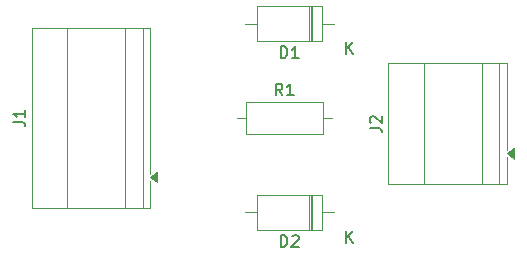
<source format=gbr>
%TF.GenerationSoftware,KiCad,Pcbnew,9.0.2*%
%TF.CreationDate,2025-06-05T14:58:04+05:30*%
%TF.ProjectId,fullwave rectifier,66756c6c-7761-4766-9520-726563746966,v1*%
%TF.SameCoordinates,Original*%
%TF.FileFunction,Legend,Top*%
%TF.FilePolarity,Positive*%
%FSLAX46Y46*%
G04 Gerber Fmt 4.6, Leading zero omitted, Abs format (unit mm)*
G04 Created by KiCad (PCBNEW 9.0.2) date 2025-06-05 14:58:04*
%MOMM*%
%LPD*%
G01*
G04 APERTURE LIST*
%ADD10C,0.150000*%
%ADD11C,0.120000*%
G04 APERTURE END LIST*
D10*
X213134819Y-146333333D02*
X213849104Y-146333333D01*
X213849104Y-146333333D02*
X213991961Y-146380952D01*
X213991961Y-146380952D02*
X214087200Y-146476190D01*
X214087200Y-146476190D02*
X214134819Y-146619047D01*
X214134819Y-146619047D02*
X214134819Y-146714285D01*
X213230057Y-145904761D02*
X213182438Y-145857142D01*
X213182438Y-145857142D02*
X213134819Y-145761904D01*
X213134819Y-145761904D02*
X213134819Y-145523809D01*
X213134819Y-145523809D02*
X213182438Y-145428571D01*
X213182438Y-145428571D02*
X213230057Y-145380952D01*
X213230057Y-145380952D02*
X213325295Y-145333333D01*
X213325295Y-145333333D02*
X213420533Y-145333333D01*
X213420533Y-145333333D02*
X213563390Y-145380952D01*
X213563390Y-145380952D02*
X214134819Y-145952380D01*
X214134819Y-145952380D02*
X214134819Y-145333333D01*
X205589405Y-140424819D02*
X205589405Y-139424819D01*
X205589405Y-139424819D02*
X205827500Y-139424819D01*
X205827500Y-139424819D02*
X205970357Y-139472438D01*
X205970357Y-139472438D02*
X206065595Y-139567676D01*
X206065595Y-139567676D02*
X206113214Y-139662914D01*
X206113214Y-139662914D02*
X206160833Y-139853390D01*
X206160833Y-139853390D02*
X206160833Y-139996247D01*
X206160833Y-139996247D02*
X206113214Y-140186723D01*
X206113214Y-140186723D02*
X206065595Y-140281961D01*
X206065595Y-140281961D02*
X205970357Y-140377200D01*
X205970357Y-140377200D02*
X205827500Y-140424819D01*
X205827500Y-140424819D02*
X205589405Y-140424819D01*
X207113214Y-140424819D02*
X206541786Y-140424819D01*
X206827500Y-140424819D02*
X206827500Y-139424819D01*
X206827500Y-139424819D02*
X206732262Y-139567676D01*
X206732262Y-139567676D02*
X206637024Y-139662914D01*
X206637024Y-139662914D02*
X206541786Y-139710533D01*
X211145595Y-140054819D02*
X211145595Y-139054819D01*
X211717023Y-140054819D02*
X211288452Y-139483390D01*
X211717023Y-139054819D02*
X211145595Y-139626247D01*
X182962319Y-145833333D02*
X183676604Y-145833333D01*
X183676604Y-145833333D02*
X183819461Y-145880952D01*
X183819461Y-145880952D02*
X183914700Y-145976190D01*
X183914700Y-145976190D02*
X183962319Y-146119047D01*
X183962319Y-146119047D02*
X183962319Y-146214285D01*
X183962319Y-144833333D02*
X183962319Y-145404761D01*
X183962319Y-145119047D02*
X182962319Y-145119047D01*
X182962319Y-145119047D02*
X183105176Y-145214285D01*
X183105176Y-145214285D02*
X183200414Y-145309523D01*
X183200414Y-145309523D02*
X183248033Y-145404761D01*
X205589405Y-156424819D02*
X205589405Y-155424819D01*
X205589405Y-155424819D02*
X205827500Y-155424819D01*
X205827500Y-155424819D02*
X205970357Y-155472438D01*
X205970357Y-155472438D02*
X206065595Y-155567676D01*
X206065595Y-155567676D02*
X206113214Y-155662914D01*
X206113214Y-155662914D02*
X206160833Y-155853390D01*
X206160833Y-155853390D02*
X206160833Y-155996247D01*
X206160833Y-155996247D02*
X206113214Y-156186723D01*
X206113214Y-156186723D02*
X206065595Y-156281961D01*
X206065595Y-156281961D02*
X205970357Y-156377200D01*
X205970357Y-156377200D02*
X205827500Y-156424819D01*
X205827500Y-156424819D02*
X205589405Y-156424819D01*
X206541786Y-155520057D02*
X206589405Y-155472438D01*
X206589405Y-155472438D02*
X206684643Y-155424819D01*
X206684643Y-155424819D02*
X206922738Y-155424819D01*
X206922738Y-155424819D02*
X207017976Y-155472438D01*
X207017976Y-155472438D02*
X207065595Y-155520057D01*
X207065595Y-155520057D02*
X207113214Y-155615295D01*
X207113214Y-155615295D02*
X207113214Y-155710533D01*
X207113214Y-155710533D02*
X207065595Y-155853390D01*
X207065595Y-155853390D02*
X206494167Y-156424819D01*
X206494167Y-156424819D02*
X207113214Y-156424819D01*
X211145595Y-156054819D02*
X211145595Y-155054819D01*
X211717023Y-156054819D02*
X211288452Y-155483390D01*
X211717023Y-155054819D02*
X211145595Y-155626247D01*
X205740833Y-143584819D02*
X205407500Y-143108628D01*
X205169405Y-143584819D02*
X205169405Y-142584819D01*
X205169405Y-142584819D02*
X205550357Y-142584819D01*
X205550357Y-142584819D02*
X205645595Y-142632438D01*
X205645595Y-142632438D02*
X205693214Y-142680057D01*
X205693214Y-142680057D02*
X205740833Y-142775295D01*
X205740833Y-142775295D02*
X205740833Y-142918152D01*
X205740833Y-142918152D02*
X205693214Y-143013390D01*
X205693214Y-143013390D02*
X205645595Y-143061009D01*
X205645595Y-143061009D02*
X205550357Y-143108628D01*
X205550357Y-143108628D02*
X205169405Y-143108628D01*
X206693214Y-143584819D02*
X206121786Y-143584819D01*
X206407500Y-143584819D02*
X206407500Y-142584819D01*
X206407500Y-142584819D02*
X206312262Y-142727676D01*
X206312262Y-142727676D02*
X206217024Y-142822914D01*
X206217024Y-142822914D02*
X206121786Y-142870533D01*
D11*
%TO.C,J2*%
X214680000Y-140880000D02*
X224720000Y-140880000D01*
X214680000Y-151120000D02*
X214680000Y-140880000D01*
X214680000Y-151120000D02*
X224720000Y-151120000D01*
X217700000Y-151120000D02*
X217700000Y-140880000D01*
X222600000Y-151120000D02*
X222600000Y-140880000D01*
X224100000Y-151120000D02*
X224100000Y-140880000D01*
X224720000Y-148200000D02*
X224720000Y-140880000D01*
X224720000Y-151120000D02*
X224720000Y-148800000D01*
X225330000Y-148940000D02*
X224720000Y-148500000D01*
X225330000Y-148060000D01*
X225330000Y-148940000D01*
G36*
X225330000Y-148940000D02*
G01*
X224720000Y-148500000D01*
X225330000Y-148060000D01*
X225330000Y-148940000D01*
G37*
%TO.C,D1*%
X202587500Y-137500000D02*
X203607500Y-137500000D01*
X208027500Y-138970000D02*
X208027500Y-136030000D01*
X208147500Y-138970000D02*
X208147500Y-136030000D01*
X208267500Y-138970000D02*
X208267500Y-136030000D01*
X210067500Y-137500000D02*
X209047500Y-137500000D01*
X209047500Y-138970000D02*
X203607500Y-138970000D01*
X203607500Y-136030000D01*
X209047500Y-136030000D01*
X209047500Y-138970000D01*
%TO.C,J1*%
X184507500Y-137880000D02*
X194547500Y-137880000D01*
X184507500Y-153120000D02*
X184507500Y-137880000D01*
X184507500Y-153120000D02*
X194547500Y-153120000D01*
X187527500Y-153120000D02*
X187527500Y-137880000D01*
X192427500Y-153120000D02*
X192427500Y-137880000D01*
X193927500Y-153120000D02*
X193927500Y-137880000D01*
X194547500Y-150200000D02*
X194547500Y-137880000D01*
X194547500Y-153120000D02*
X194547500Y-150800000D01*
X195157500Y-150940000D02*
X194547500Y-150500000D01*
X195157500Y-150060000D01*
X195157500Y-150940000D01*
G36*
X195157500Y-150940000D02*
G01*
X194547500Y-150500000D01*
X195157500Y-150060000D01*
X195157500Y-150940000D01*
G37*
%TO.C,D2*%
X202587500Y-153500000D02*
X203607500Y-153500000D01*
X208027500Y-154970000D02*
X208027500Y-152030000D01*
X208147500Y-154970000D02*
X208147500Y-152030000D01*
X208267500Y-154970000D02*
X208267500Y-152030000D01*
X210067500Y-153500000D02*
X209047500Y-153500000D01*
X209047500Y-154970000D02*
X203607500Y-154970000D01*
X203607500Y-152030000D01*
X209047500Y-152030000D01*
X209047500Y-154970000D01*
%TO.C,R1*%
X201867500Y-145500000D02*
X202637500Y-145500000D01*
X209947500Y-145500000D02*
X209177500Y-145500000D01*
X202637500Y-144130000D02*
X209177500Y-144130000D01*
X209177500Y-146870000D01*
X202637500Y-146870000D01*
X202637500Y-144130000D01*
%TD*%
M02*

</source>
